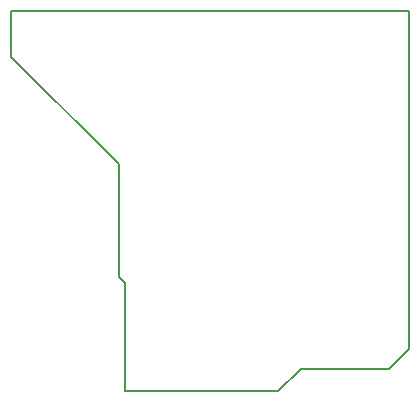
<source format=gko>
G04*
G04 #@! TF.GenerationSoftware,Altium Limited,Altium Designer,23.10.1 (27)*
G04*
G04 Layer_Color=16711935*
%FSLAX25Y25*%
%MOIN*%
G70*
G04*
G04 #@! TF.SameCoordinates,13E47035-5D8A-42FE-96CF-1707A3A9F588*
G04*
G04*
G04 #@! TF.FilePolarity,Positive*
G04*
G01*
G75*
%ADD11C,0.00787*%
D11*
X-73228Y77165D02*
X-37402Y41339D01*
X-35433Y-34252D02*
Y1969D01*
X-37402Y3937D02*
Y41339D01*
Y3937D02*
X-35433Y1969D01*
X-73228Y77165D02*
Y92520D01*
X59449Y92520D01*
X23228Y-26772D02*
X52756D01*
X59449Y-20079D01*
Y92520D01*
X15748Y-34252D02*
X23228Y-26772D01*
X-35433Y-34252D02*
X15748D01*
M02*

</source>
